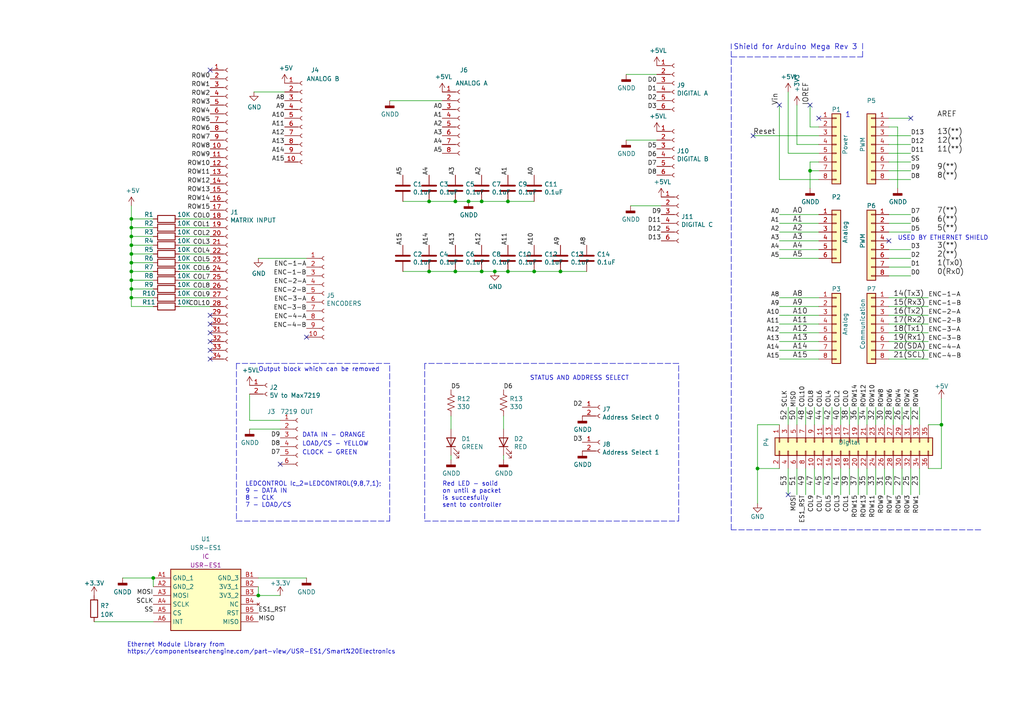
<source format=kicad_sch>
(kicad_sch (version 20211123) (generator eeschema)
  (paper "A4")
  (title_block (date "mar. 31 mars 2015"))
  (lib_symbols
    (symbol "Connector:Conn_01x02_Female" (pin_names (offset 1.016) hide)
      (property "Reference" "J" (at 0 2.54 0))
      (property "Value" "Conn_01x02_Female" (at 0 -5.08 0))
      (symbol "Conn_01x02_Female_1_1"
        (pin passive line (at -5.08 0 0) (length 3.81) (name "Pin_1") (number "1"))
        (pin passive line (at -5.08 -2.54 0) (length 3.81) (name "Pin_2") (number "2"))
      )
    )
    (symbol "Connector:Conn_01x06_Female" (pin_names (offset 1.016) hide)
      (property "Reference" "J" (at 0 7.62 0))
      (property "Value" "Conn_01x06_Female" (at 0 -10.16 0))
      (symbol "Conn_01x06_Female_1_1"
        (pin passive line (at -5.08 5.08 0) (length 3.81) (name "Pin_1") (number "1"))
        (pin passive line (at -5.08 2.54 0) (length 3.81) (name "Pin_2") (number "2"))
        (pin passive line (at -5.08 0 0) (length 3.81) (name "Pin_3") (number "3"))
        (pin passive line (at -5.08 -2.54 0) (length 3.81) (name "Pin_4") (number "4"))
        (pin passive line (at -5.08 -5.08 0) (length 3.81) (name "Pin_5") (number "5"))
        (pin passive line (at -5.08 -7.62 0) (length 3.81) (name "Pin_6") (number "6"))
      )
    )
    (symbol "Connector:Conn_01x08_Female" (pin_names (offset 1.016) hide)
      (property "Reference" "J" (at 0 10.16 0))
      (property "Value" "Conn_01x08_Female" (at 0 -12.7 0))
      (symbol "Conn_01x08_Female_1_1"
        (pin passive line (at -5.08 7.62 0) (length 3.81) (name "Pin_1") (number "1"))
        (pin passive line (at -5.08 5.08 0) (length 3.81) (name "Pin_2") (number "2"))
        (pin passive line (at -5.08 2.54 0) (length 3.81) (name "Pin_3") (number "3"))
        (pin passive line (at -5.08 0 0) (length 3.81) (name "Pin_4") (number "4"))
        (pin passive line (at -5.08 -2.54 0) (length 3.81) (name "Pin_5") (number "5"))
        (pin passive line (at -5.08 -5.08 0) (length 3.81) (name "Pin_6") (number "6"))
        (pin passive line (at -5.08 -7.62 0) (length 3.81) (name "Pin_7") (number "7"))
        (pin passive line (at -5.08 -10.16 0) (length 3.81) (name "Pin_8") (number "8"))
      )
    )
    (symbol "Connector:Conn_01x10_Female" (pin_names (offset 1.016) hide)
      (property "Reference" "J" (at 0 12.7 0))
      (property "Value" "Conn_01x10_Female" (at 0 -15.24 0))
      (symbol "Conn_01x10_Female_1_1"
        (pin passive line (at -5.08 10.16 0) (length 3.81) (name "Pin_1") (number "1"))
        (pin passive line (at -5.08 -12.7 0) (length 3.81) (name "Pin_10") (number "10"))
        (pin passive line (at -5.08 7.62 0) (length 3.81) (name "Pin_2") (number "2"))
        (pin passive line (at -5.08 5.08 0) (length 3.81) (name "Pin_3") (number "3"))
        (pin passive line (at -5.08 2.54 0) (length 3.81) (name "Pin_4") (number "4"))
        (pin passive line (at -5.08 0 0) (length 3.81) (name "Pin_5") (number "5"))
        (pin passive line (at -5.08 -2.54 0) (length 3.81) (name "Pin_6") (number "6"))
        (pin passive line (at -5.08 -5.08 0) (length 3.81) (name "Pin_7") (number "7"))
        (pin passive line (at -5.08 -7.62 0) (length 3.81) (name "Pin_8") (number "8"))
        (pin passive line (at -5.08 -10.16 0) (length 3.81) (name "Pin_9") (number "9"))
      )
    )
    (symbol "Connector:Conn_01x34_Female" (pin_names (offset 1.016) hide)
      (property "Reference" "J" (at 0 43.18 0))
      (property "Value" "Conn_01x34_Female" (at 0 -45.72 0))
      (symbol "Conn_01x34_Female_1_1"
        (pin passive line (at -5.08 40.64 0) (length 3.81) (name "Pin_1") (number "1"))
        (pin passive line (at -5.08 17.78 0) (length 3.81) (name "Pin_10") (number "10"))
        (pin passive line (at -5.08 15.24 0) (length 3.81) (name "Pin_11") (number "11"))
        (pin passive line (at -5.08 12.7 0) (length 3.81) (name "Pin_12") (number "12"))
        (pin passive line (at -5.08 10.16 0) (length 3.81) (name "Pin_13") (number "13"))
        (pin passive line (at -5.08 7.62 0) (length 3.81) (name "Pin_14") (number "14"))
        (pin passive line (at -5.08 5.08 0) (length 3.81) (name "Pin_15") (number "15"))
        (pin passive line (at -5.08 2.54 0) (length 3.81) (name "Pin_16") (number "16"))
        (pin passive line (at -5.08 0 0) (length 3.81) (name "Pin_17") (number "17"))
        (pin passive line (at -5.08 -2.54 0) (length 3.81) (name "Pin_18") (number "18"))
        (pin passive line (at -5.08 -5.08 0) (length 3.81) (name "Pin_19") (number "19"))
        (pin passive line (at -5.08 38.1 0) (length 3.81) (name "Pin_2") (number "2"))
        (pin passive line (at -5.08 -7.62 0) (length 3.81) (name "Pin_20") (number "20"))
        (pin passive line (at -5.08 -10.16 0) (length 3.81) (name "Pin_21") (number "21"))
        (pin passive line (at -5.08 -12.7 0) (length 3.81) (name "Pin_22") (number "22"))
        (pin passive line (at -5.08 -15.24 0) (length 3.81) (name "Pin_23") (number "23"))
        (pin passive line (at -5.08 -17.78 0) (length 3.81) (name "Pin_24") (number "24"))
        (pin passive line (at -5.08 -20.32 0) (length 3.81) (name "Pin_25") (number "25"))
        (pin passive line (at -5.08 -22.86 0) (length 3.81) (name "Pin_26") (number "26"))
        (pin passive line (at -5.08 -25.4 0) (length 3.81) (name "Pin_27") (number "27"))
        (pin passive line (at -5.08 -27.94 0) (length 3.81) (name "Pin_28") (number "28"))
        (pin passive line (at -5.08 -30.48 0) (length 3.81) (name "Pin_29") (number "29"))
        (pin passive line (at -5.08 35.56 0) (length 3.81) (name "Pin_3") (number "3"))
        (pin passive line (at -5.08 -33.02 0) (length 3.81) (name "Pin_30") (number "30"))
        (pin passive line (at -5.08 -35.56 0) (length 3.81) (name "Pin_31") (number "31"))
        (pin passive line (at -5.08 -38.1 0) (length 3.81) (name "Pin_32") (number "32"))
        (pin passive line (at -5.08 -40.64 0) (length 3.81) (name "Pin_33") (number "33"))
        (pin passive line (at -5.08 -43.18 0) (length 3.81) (name "Pin_34") (number "34"))
        (pin passive line (at -5.08 33.02 0) (length 3.81) (name "Pin_4") (number "4"))
        (pin passive line (at -5.08 30.48 0) (length 3.81) (name "Pin_5") (number "5"))
        (pin passive line (at -5.08 27.94 0) (length 3.81) (name "Pin_6") (number "6"))
        (pin passive line (at -5.08 25.4 0) (length 3.81) (name "Pin_7") (number "7"))
        (pin passive line (at -5.08 22.86 0) (length 3.81) (name "Pin_8") (number "8"))
        (pin passive line (at -5.08 20.32 0) (length 3.81) (name "Pin_9") (number "9"))
      )
    )
    (symbol "Connector_Generic:Conn_01x06" (pin_names (offset 1.016) hide)
      (property "Reference" "J" (at 0 7.62 0))
      (property "Value" "Conn_01x06" (at 0 -10.16 0))
      (symbol "Conn_01x06_1_1"
        (pin passive line (at -5.08 5.08 0) (length 3.81) (name "Pin_1") (number "1"))
        (pin passive line (at -5.08 2.54 0) (length 3.81) (name "Pin_2") (number "2"))
        (pin passive line (at -5.08 0 0) (length 3.81) (name "Pin_3") (number "3"))
        (pin passive line (at -5.08 -2.54 0) (length 3.81) (name "Pin_4") (number "4"))
        (pin passive line (at -5.08 -5.08 0) (length 3.81) (name "Pin_5") (number "5"))
        (pin passive line (at -5.08 -7.62 0) (length 3.81) (name "Pin_6") (number "6"))
      )
    )
    (symbol "Connector_Generic:Conn_01x08" (pin_names (offset 1.016) hide)
      (property "Reference" "J" (at 0 10.16 0))
      (property "Value" "Conn_01x08" (at 0 -12.7 0))
      (symbol "Conn_01x08_1_1"
        (pin passive line (at -5.08 7.62 0) (length 3.81) (name "Pin_1") (number "1"))
        (pin passive line (at -5.08 5.08 0) (length 3.81) (name "Pin_2") (number "2"))
        (pin passive line (at -5.08 2.54 0) (length 3.81) (name "Pin_3") (number "3"))
        (pin passive line (at -5.08 0 0) (length 3.81) (name "Pin_4") (number "4"))
        (pin passive line (at -5.08 -2.54 0) (length 3.81) (name "Pin_5") (number "5"))
        (pin passive line (at -5.08 -5.08 0) (length 3.81) (name "Pin_6") (number "6"))
        (pin passive line (at -5.08 -7.62 0) (length 3.81) (name "Pin_7") (number "7"))
        (pin passive line (at -5.08 -10.16 0) (length 3.81) (name "Pin_8") (number "8"))
      )
    )
    (symbol "Connector_Generic:Conn_02x18_Odd_Even" (pin_names (offset 1.016) hide)
      (property "Reference" "J" (at 1.27 22.86 0))
      (property "Value" "Conn_02x18_Odd_Even" (at 1.27 -25.4 0))
      (symbol "Conn_02x18_Odd_Even_1_1"
        (pin passive line (at -5.08 20.32 0) (length 3.81) (name "Pin_1") (number "1"))
        (pin passive line (at 7.62 10.16 180) (length 3.81) (name "Pin_10") (number "10"))
        (pin passive line (at -5.08 7.62 0) (length 3.81) (name "Pin_11") (number "11"))
        (pin passive line (at 7.62 7.62 180) (length 3.81) (name "Pin_12") (number "12"))
        (pin passive line (at -5.08 5.08 0) (length 3.81) (name "Pin_13") (number "13"))
        (pin passive line (at 7.62 5.08 180) (length 3.81) (name "Pin_14") (number "14"))
        (pin passive line (at -5.08 2.54 0) (length 3.81) (name "Pin_15") (number "15"))
        (pin passive line (at 7.62 2.54 180) (length 3.81) (name "Pin_16") (number "16"))
        (pin passive line (at -5.08 0 0) (length 3.81) (name "Pin_17") (number "17"))
        (pin passive line (at 7.62 0 180) (length 3.81) (name "Pin_18") (number "18"))
        (pin passive line (at -5.08 -2.54 0) (length 3.81) (name "Pin_19") (number "19"))
        (pin passive line (at 7.62 20.32 180) (length 3.81) (name "Pin_2") (number "2"))
        (pin passive line (at 7.62 -2.54 180) (length 3.81) (name "Pin_20") (number "20"))
        (pin passive line (at -5.08 -5.08 0) (length 3.81) (name "Pin_21") (number "21"))
        (pin passive line (at 7.62 -5.08 180) (length 3.81) (name "Pin_22") (number "22"))
        (pin passive line (at -5.08 -7.62 0) (length 3.81) (name "Pin_23") (number "23"))
        (pin passive line (at 7.62 -7.62 180) (length 3.81) (name "Pin_24") (number "24"))
        (pin passive line (at -5.08 -10.16 0) (length 3.81) (name "Pin_25") (number "25"))
        (pin passive line (at 7.62 -10.16 180) (length 3.81) (name "Pin_26") (number "26"))
        (pin passive line (at -5.08 -12.7 0) (length 3.81) (name "Pin_27") (number "27"))
        (pin passive line (at 7.62 -12.7 180) (length 3.81) (name "Pin_28") (number "28"))
        (pin passive line (at -5.08 -15.24 0) (length 3.81) (name "Pin_29") (number "29"))
        (pin passive line (at -5.08 17.78 0) (length 3.81) (name "Pin_3") (number "3"))
        (pin passive line (at 7.62 -15.24 180) (length 3.81) (name "Pin_30") (number "30"))
        (pin passive line (at -5.08 -17.78 0) (length 3.81) (name "Pin_31") (number "31"))
        (pin passive line (at 7.62 -17.78 180) (length 3.81) (name "Pin_32") (number "32"))
        (pin passive line (at -5.08 -20.32 0) (length 3.81) (name "Pin_33") (number "33"))
        (pin passive line (at 7.62 -20.32 180) (length 3.81) (name "Pin_34") (number "34"))
        (pin passive line (at -5.08 -22.86 0) (length 3.81) (name "Pin_35") (number "35"))
        (pin passive line (at 7.62 -22.86 180) (length 3.81) (name "Pin_36") (number "36"))
        (pin passive line (at 7.62 17.78 180) (length 3.81) (name "Pin_4") (number "4"))
        (pin passive line (at -5.08 15.24 0) (length 3.81) (name "Pin_5") (number "5"))
        (pin passive line (at 7.62 15.24 180) (length 3.81) (name "Pin_6") (number "6"))
        (pin passive line (at -5.08 12.7 0) (length 3.81) (name "Pin_7") (number "7"))
        (pin passive line (at 7.62 12.7 180) (length 3.81) (name "Pin_8") (number "8"))
        (pin passive line (at -5.08 10.16 0) (length 3.81) (name "Pin_9") (number "9"))
      )
    )
    (symbol "Device:C" (pin_numbers hide) (pin_names (offset 0.254))
      (property "Reference" "C" (at 0.635 2.54 0))
      (property "Value" "C" (at 0.635 -2.54 0))
      (symbol "C_1_1"
        (pin passive line (at 0 3.81 270) (length 2.794) (name "~") (number "1"))
        (pin passive line (at 0 -3.81 90) (length 2.794) (name "~") (number "2"))
      )
    )
    (symbol "Device:LED" (pin_numbers hide) (pin_names (offset 1.016) hide)
      (property "Reference" "D" (at 0 2.54 0))
      (property "Value" "LED" (at 0 -2.54 0))
      (symbol "LED_1_1"
        (pin passive line (at -3.81 0 0) (length 2.54) (name "K") (number "1"))
        (pin passive line (at 3.81 0 180) (length 2.54) (name "A") (number "2"))
      )
    )
    (symbol "Device:R" (pin_numbers hide) (pin_names (offset 0))
      (property "Reference" "R" (at 2.032 0 90))
      (property "Value" "R" (at 0 0 90))
      (symbol "R_1_1"
        (pin passive line (at 0 3.81 270) (length 1.27) (name "~") (number "1"))
        (pin passive line (at 0 -3.81 90) (length 1.27) (name "~") (number "2"))
      )
    )
    (symbol "Device:R_US" (pin_numbers hide) (pin_names (offset 0))
      (property "Reference" "R" (at 2.54 0 90))
      (property "Value" "R_US" (at -2.54 0 90))
      (symbol "R_US_1_1"
        (pin passive line (at 0 3.81 270) (length 1.27) (name "~") (number "1"))
        (pin passive line (at 0 -3.81 90) (length 1.27) (name "~") (number "2"))
      )
    )
    (symbol "USR-ES1:USR-ES1"
      (property "Value" "USR-ES1" (at 0 0 0))
      (property "Reference_1" "IC" (at 26.67 7.62 0))
      (property "Value_1" "USR-ES1" (at 26.67 5.08 0))
      (symbol "USR-ES1_1_1"
        (pin passive line (at 0 0 0) (length 5.08) (name "GND_1") (number "A1"))
        (pin passive line (at 0 -2.54 0) (length 5.08) (name "GND_2") (number "A2"))
        (pin passive line (at 0 -5.08 0) (length 5.08) (name "MOSI") (number "A3"))
        (pin passive line (at 0 -7.62 0) (length 5.08) (name "SCLK") (number "A4"))
        (pin passive line (at 0 -10.16 0) (length 5.08) (name "CS") (number "A5"))
        (pin passive line (at 0 -12.7 0) (length 5.08) (name "INT") (number "A6"))
        (pin passive line (at 30.48 0 180) (length 5.08) (name "GND_3") (number "B1"))
        (pin passive line (at 30.48 -2.54 180) (length 5.08) (name "3V3_1") (number "B2"))
        (pin passive line (at 30.48 -5.08 180) (length 5.08) (name "3V3_2") (number "B3"))
        (pin no_connect line (at 30.48 -7.62 180) (length 5.08) (name "NC") (number "B4"))
        (pin passive line (at 30.48 -10.16 180) (length 5.08) (name "RST") (number "B5"))
        (pin passive line (at 30.48 -12.7 180) (length 5.08) (name "MISO") (number "B6"))
      )
    )
    (symbol "power:+3.3V" (power) (pin_names (offset 0))
      (property "Value" "+3.3V" (at 0 3.556 0))
      (symbol "+3.3V_1_1"
        (pin power_in line (at 0 0 90) (length 0) hide (name "+3.3V") (number "1"))
      )
    )
    (symbol "power:+3V3" (power) (pin_names (offset 0))
      (property "Value" "+3V3" (at 0 3.556 0))
      (symbol "+3V3_1_1"
        (pin power_in line (at 0 0 90) (length 0) hide (name "+3V3") (number "1"))
      )
    )
    (symbol "power:+5V" (power) (pin_names (offset 0))
      (property "Value" "+5V" (at 0 3.556 0))
      (symbol "+5V_1_1"
        (pin power_in line (at 0 0 90) (length 0) hide (name "+5V") (number "1"))
      )
    )
    (symbol "power:+5VL" (power) (pin_names (offset 0))
      (property "Value" "+5VL" (at 0 3.556 0))
      (symbol "+5VL_1_1"
        (pin power_in line (at 0 0 90) (length 0) hide (name "+5VL") (number "1"))
      )
    )
    (symbol "power:GND" (power) (pin_names (offset 0))
      (property "Value" "GND" (at 0 -3.81 0))
      (symbol "GND_1_1"
        (pin power_in line (at 0 0 270) (length 0) hide (name "GND") (number "1"))
      )
    )
    (symbol "power:GNDD" (power) (pin_names (offset 0))
      (property "Value" "GNDD" (at 0 -3.175 0))
      (symbol "GNDD_1_1"
        (pin power_in line (at 0 0 270) (length 0) hide (name "GNDD") (number "1"))
      )
    )
  )
  (junction (at 147.32 58.42))
  (junction (at 44.45 167.64))
  (junction (at 38.1 81.28))
  (junction (at 38.1 71.12))
  (junction (at 132.08 58.42))
  (junction (at 124.46 78.74))
  (junction (at 154.94 78.74))
  (junction (at 124.46 58.42))
  (junction (at 38.1 63.5))
  (junction (at 234.95 49.53))
  (junction (at 38.1 68.58))
  (junction (at 132.08 78.74))
  (junction (at 38.1 76.2))
  (junction (at 38.1 66.04))
  (junction (at 135.89 58.42))
  (junction (at 38.1 83.82))
  (junction (at 38.1 86.36))
  (junction (at 219.71 135.89))
  (junction (at 38.1 73.66))
  (junction (at 147.32 78.74))
  (junction (at 139.7 78.74))
  (junction (at 139.7 58.42))
  (junction (at 74.93 172.72))
  (junction (at 273.05 123.19))
  (junction (at 143.51 78.74))
  (junction (at 162.56 78.74))
  (junction (at 38.1 78.74))
  (no_connect (at 228.6 143.51))
  (no_connect (at 234.95 30.48))
  (no_connect (at -187.96 149.86))
  (no_connect (at 257.81 69.85))
  (no_connect (at 60.96 101.6))
  (no_connect (at 60.96 20.32))
  (no_connect (at 60.96 99.06))
  (no_connect (at 88.9 97.79))
  (no_connect (at 60.96 91.44))
  (no_connect (at 226.06 30.48))
  (no_connect (at 60.96 93.98))
  (no_connect (at 81.28 134.62))
  (no_connect (at 60.96 104.14))
  (no_connect (at 264.16 34.29))
  (no_connect (at 237.49 34.29))
  (no_connect (at 218.44 39.37))
  (no_connect (at 60.96 96.52))
  (wire (pts (xy 44.45 76.2) (xy 38.1 76.2)))
  (wire (pts (xy 260.35 54.61) (xy 260.35 36.83)))
  (wire (pts (xy 135.89 58.42) (xy 132.08 58.42)))
  (wire (pts (xy 44.45 73.66) (xy 38.1 73.66)))
  (wire (pts (xy 52.07 68.58) (xy 60.96 68.58)))
  (polyline (pts (xy 68.58 105.41) (xy 68.58 151.13)))
  (wire (pts (xy 72.39 121.92) (xy 81.28 121.92)))
  (wire (pts (xy 226.06 69.85) (xy 237.49 69.85)))
  (wire (pts (xy 139.7 78.74) (xy 132.08 78.74)))
  (wire (pts (xy 190.5 40.64) (xy 181.61 40.64)))
  (wire (pts (xy 38.1 59.69) (xy 38.1 63.5)))
  (wire (pts (xy 257.81 64.77) (xy 264.16 64.77)))
  (wire (pts (xy 226.06 64.77) (xy 237.49 64.77)))
  (wire (pts (xy 273.05 123.19) (xy 269.24 123.19)))
  (wire (pts (xy 35.56 167.64) (xy 44.45 167.64)))
  (wire (pts (xy 231.14 41.91) (xy 237.49 41.91)))
  (wire (pts (xy 226.06 104.14) (xy 237.49 104.14)))
  (wire (pts (xy 226.06 88.9) (xy 237.49 88.9)))
  (wire (pts (xy 243.84 135.89) (xy 243.84 143.51)))
  (wire (pts (xy 257.81 46.99) (xy 264.16 46.99)))
  (wire (pts (xy 231.14 123.19) (xy 231.14 118.11)))
  (wire (pts (xy 259.08 123.19) (xy 259.08 118.11)))
  (polyline (pts (xy 212.09 153.67) (xy 212.09 12.7)))
  (wire (pts (xy 234.95 49.53) (xy 234.95 54.61)))
  (wire (pts (xy 257.81 104.14) (xy 269.24 104.14)))
  (wire (pts (xy 234.95 36.83) (xy 234.95 30.48)))
  (wire (pts (xy 257.81 99.06) (xy 269.24 99.06)))
  (wire (pts (xy 237.49 86.36) (xy 226.06 86.36)))
  (wire (pts (xy 259.08 135.89) (xy 259.08 143.51)))
  (polyline (pts (xy 68.58 151.13) (xy 113.03 151.13)))
  (wire (pts (xy 38.1 86.36) (xy 38.1 88.9)))
  (wire (pts (xy 219.71 123.19) (xy 219.71 135.89)))
  (wire (pts (xy 44.45 71.12) (xy 38.1 71.12)))
  (polyline (pts (xy 123.19 151.13) (xy 196.85 151.13)))
  (wire (pts (xy 246.38 135.89) (xy 246.38 143.51)))
  (wire (pts (xy 52.07 81.28) (xy 60.96 81.28)))
  (wire (pts (xy 237.49 67.31) (xy 226.06 67.31)))
  (wire (pts (xy 256.54 123.19) (xy 256.54 118.11)))
  (wire (pts (xy 44.45 68.58) (xy 38.1 68.58)))
  (wire (pts (xy 44.45 83.82) (xy 38.1 83.82)))
  (wire (pts (xy 113.03 29.21) (xy 128.27 29.21)))
  (wire (pts (xy 146.05 132.08) (xy 146.05 133.35)))
  (wire (pts (xy 190.5 21.59) (xy 181.61 21.59)))
  (polyline (pts (xy 250.19 16.51) (xy 250.19 12.065)))
  (wire (pts (xy 81.28 124.46) (xy 72.39 124.46)))
  (wire (pts (xy 257.81 74.93) (xy 264.16 74.93)))
  (wire (pts (xy 124.46 78.74) (xy 116.84 78.74)))
  (polyline (pts (xy 284.48 153.67) (xy 212.09 153.67)))
  (wire (pts (xy 238.76 135.89) (xy 238.76 143.51)))
  (wire (pts (xy 241.3 123.19) (xy 241.3 118.11)))
  (polyline (pts (xy 123.19 105.41) (xy 123.19 151.13)))
  (wire (pts (xy 52.07 63.5) (xy 60.96 63.5)))
  (wire (pts (xy 237.49 101.6) (xy 226.06 101.6)))
  (wire (pts (xy 269.24 96.52) (xy 257.81 96.52)))
  (wire (pts (xy 38.1 73.66) (xy 38.1 76.2)))
  (wire (pts (xy 237.49 72.39) (xy 226.06 72.39)))
  (wire (pts (xy 246.38 123.19) (xy 246.38 118.11)))
  (wire (pts (xy 257.81 93.98) (xy 269.24 93.98)))
  (wire (pts (xy 52.07 78.74) (xy 60.96 78.74)))
  (wire (pts (xy 228.6 123.19) (xy 228.6 118.11)))
  (wire (pts (xy 52.07 66.04) (xy 60.96 66.04)))
  (wire (pts (xy 38.1 63.5) (xy 38.1 66.04)))
  (wire (pts (xy 154.94 58.42) (xy 147.32 58.42)))
  (polyline (pts (xy 196.85 151.13) (xy 196.85 105.41)))
  (wire (pts (xy 226.06 123.19) (xy 219.71 123.19)))
  (wire (pts (xy 226.06 135.89) (xy 219.71 135.89)))
  (wire (pts (xy 44.45 78.74) (xy 38.1 78.74)))
  (wire (pts (xy 257.81 52.07) (xy 264.16 52.07)))
  (wire (pts (xy 27.305 180.34) (xy 44.45 180.34)))
  (polyline (pts (xy 113.03 105.41) (xy 68.58 105.41)))
  (wire (pts (xy 254 123.19) (xy 254 118.11)))
  (wire (pts (xy 226.06 93.98) (xy 237.49 93.98)))
  (wire (pts (xy 261.62 123.19) (xy 261.62 118.11)))
  (wire (pts (xy 257.81 39.37) (xy 264.16 39.37)))
  (wire (pts (xy 251.46 135.89) (xy 251.46 143.51)))
  (wire (pts (xy 236.22 123.19) (xy 236.22 118.11)))
  (wire (pts (xy 38.1 71.12) (xy 38.1 73.66)))
  (wire (pts (xy 170.18 78.74) (xy 162.56 78.74)))
  (wire (pts (xy 74.93 172.72) (xy 81.28 172.72)))
  (polyline (pts (xy 113.03 151.13) (xy 113.03 105.41)))
  (wire (pts (xy 74.93 170.18) (xy 74.93 172.72)))
  (wire (pts (xy 74.93 74.93) (xy 88.9 74.93)))
  (wire (pts (xy 254 135.89) (xy 254 143.51)))
  (wire (pts (xy 264.16 77.47) (xy 257.81 77.47)))
  (wire (pts (xy 124.46 58.42) (xy 116.84 58.42)))
  (wire (pts (xy 72.39 114.3) (xy 72.39 121.92)))
  (wire (pts (xy 264.16 62.23) (xy 257.81 62.23)))
  (wire (pts (xy 228.6 26.67) (xy 228.6 44.45)))
  (polyline (pts (xy 196.85 105.41) (xy 123.19 105.41)))
  (wire (pts (xy 226.06 52.07) (xy 226.06 30.48)))
  (wire (pts (xy 52.07 73.66) (xy 60.96 73.66)))
  (wire (pts (xy 38.1 88.9) (xy 44.45 88.9)))
  (wire (pts (xy 52.07 88.9) (xy 60.96 88.9)))
  (wire (pts (xy 243.84 123.19) (xy 243.84 118.11)))
  (wire (pts (xy 130.81 132.08) (xy 130.81 133.35)))
  (wire (pts (xy 257.81 34.29) (xy 264.16 34.29)))
  (wire (pts (xy 237.49 52.07) (xy 226.06 52.07)))
  (wire (pts (xy 228.6 135.89) (xy 228.6 143.51)))
  (wire (pts (xy 238.76 123.19) (xy 238.76 118.11)))
  (wire (pts (xy 237.49 36.83) (xy 234.95 36.83)))
  (wire (pts (xy 132.08 78.74) (xy 124.46 78.74)))
  (wire (pts (xy 273.05 115.57) (xy 273.05 123.19)))
  (wire (pts (xy 52.07 83.82) (xy 60.96 83.82)))
  (wire (pts (xy 264.16 41.91) (xy 257.81 41.91)))
  (wire (pts (xy 264.16 135.89) (xy 264.16 143.51)))
  (wire (pts (xy 132.08 58.42) (xy 124.46 58.42)))
  (wire (pts (xy 226.06 99.06) (xy 237.49 99.06)))
  (wire (pts (xy 269.24 101.6) (xy 257.81 101.6)))
  (polyline (pts (xy 212.09 16.51) (xy 250.19 16.51)))
  (wire (pts (xy 248.92 123.19) (xy 248.92 118.11)))
  (wire (pts (xy 234.95 46.99) (xy 234.95 49.53)))
  (wire (pts (xy 52.07 71.12) (xy 60.96 71.12)))
  (wire (pts (xy 264.16 123.19) (xy 264.16 118.11)))
  (wire (pts (xy 44.45 63.5) (xy 38.1 63.5)))
  (wire (pts (xy 226.06 74.93) (xy 237.49 74.93)))
  (wire (pts (xy 241.3 135.89) (xy 241.3 143.51)))
  (wire (pts (xy 257.81 44.45) (xy 264.16 44.45)))
  (wire (pts (xy 266.7 135.89) (xy 266.7 143.51)))
  (wire (pts (xy 269.24 91.44) (xy 257.81 91.44)))
  (wire (pts (xy 162.56 78.74) (xy 154.94 78.74)))
  (wire (pts (xy 38.1 68.58) (xy 38.1 71.12)))
  (wire (pts (xy 147.32 78.74) (xy 143.51 78.74)))
  (wire (pts (xy 256.54 135.89) (xy 256.54 143.51)))
  (wire (pts (xy 260.35 36.83) (xy 257.81 36.83)))
  (wire (pts (xy 218.44 39.37) (xy 237.49 39.37)))
  (wire (pts (xy 237.49 49.53) (xy 234.95 49.53)))
  (wire (pts (xy 38.1 66.04) (xy 38.1 68.58)))
  (wire (pts (xy 154.94 78.74) (xy 147.32 78.74)))
  (wire (pts (xy 236.22 135.89) (xy 236.22 143.51)))
  (wire (pts (xy 44.45 86.36) (xy 38.1 86.36)))
  (wire (pts (xy 139.7 58.42) (xy 135.89 58.42)))
  (wire (pts (xy 231.14 30.48) (xy 231.14 41.91)))
  (wire (pts (xy 143.51 78.74) (xy 139.7 78.74)))
  (wire (pts (xy 44.45 167.64) (xy 44.45 170.18)))
  (wire (pts (xy 130.81 120.65) (xy 130.81 124.46)))
  (wire (pts (xy 273.05 123.19) (xy 273.05 135.89)))
  (wire (pts (xy 52.07 86.36) (xy 60.96 86.36)))
  (wire (pts (xy 269.24 86.36) (xy 257.81 86.36)))
  (wire (pts (xy 264.16 49.53) (xy 257.81 49.53)))
  (wire (pts (xy 233.68 135.89) (xy 233.68 143.51)))
  (wire (pts (xy 231.14 135.89) (xy 231.14 143.51)))
  (wire (pts (xy 38.1 81.28) (xy 38.1 83.82)))
  (wire (pts (xy 38.1 78.74) (xy 38.1 81.28)))
  (wire (pts (xy 38.1 83.82) (xy 38.1 86.36)))
  (wire (pts (xy 257.81 80.01) (xy 264.16 80.01)))
  (wire (pts (xy 44.45 66.04) (xy 38.1 66.04)))
  (wire (pts (xy 266.7 123.19) (xy 266.7 118.11)))
  (wire (pts (xy 237.49 91.44) (xy 226.06 91.44)))
  (wire (pts (xy 264.16 67.31) (xy 257.81 67.31)))
  (wire (pts (xy 139.7 58.42) (xy 147.32 58.42)))
  (wire (pts (xy 82.55 26.67) (xy 73.66 26.67)))
  (wire (pts (xy 44.45 81.28) (xy 38.1 81.28)))
  (wire (pts (xy 38.1 76.2) (xy 38.1 78.74)))
  (wire (pts (xy 237.49 46.99) (xy 234.95 46.99)))
  (wire (pts (xy 248.92 135.89) (xy 248.92 143.51)))
  (wire (pts (xy 237.49 96.52) (xy 226.06 96.52)))
  (wire (pts (xy 237.49 62.23) (xy 226.06 62.23)))
  (wire (pts (xy 52.07 76.2) (xy 60.96 76.2)))
  (wire (pts (xy 251.46 123.19) (xy 251.46 118.11)))
  (wire (pts (xy 146.05 120.65) (xy 146.05 124.46)))
  (wire (pts (xy 228.6 44.45) (xy 237.49 44.45)))
  (wire (pts (xy 261.62 135.89) (xy 261.62 143.51)))
  (wire (pts (xy 257.81 88.9) (xy 269.24 88.9)))
  (wire (pts (xy 191.77 59.69) (xy 182.88 59.69)))
  (wire (pts (xy 273.05 135.89) (xy 269.24 135.89)))
  (wire (pts (xy 264.16 72.39) (xy 257.81 72.39)))
  (wire (pts (xy 233.68 123.19) (xy 233.68 118.11)))
  (wire (pts (xy 219.71 135.89) (xy 219.71 146.05)))
  (wire (pts (xy 74.93 167.64) (xy 88.9 167.64)))
  (text "LEDCONTROL Ic_2=LEDCONTROL(9,8,7,1);\n9 - DATA IN\n8 - CLK\n7 - LOAD/CS" (at 71.12 147.32 0) (effects (font (size 1.27 1.27)) (justify left bottom)))
  (text "Ethernet Module Library from \nhttps://componentsearchengine.com/part-view/USR-ES1/Smart%20Electronics" (at 36.83 189.865 0) (effects (font (size 1.27 1.27)) (justify left bottom)))
  (text "Shield for Arduino Mega Rev 3" (at 212.725 14.605 0) (effects (font (size 1.524 1.524)) (justify left bottom)))
  (text "Red LED - solid\non until a packet\nis succesfully \nsent to controller" (at 128.27 147.32 0) (effects (font (size 1.27 1.27)) (justify left bottom)))
  (text "1" (at 245.11 34.29 0) (effects (font (size 1.524 1.524)) (justify left bottom)))
  (text "LOAD/CS - YELLOW" (at 87.63 129.54 0) (effects (font (size 1.27 1.27)) (justify left bottom)))
  (text "DATA IN - ORANGE" (at 87.63 127 0) (effects (font (size 1.27 1.27)) (justify left bottom)))
  (text "Output block which can be removed" (at 74.93 107.95 0) (effects (font (size 1.27 1.27)) (justify left bottom)))
  (text "CLOCK - GREEN" (at 87.63 132.08 0) (effects (font (size 1.27 1.27)) (justify left bottom)))
  (text "USED BY ETHERNET SHIELD" (at 260.35 69.85 0) (effects (font (size 1.27 1.27)) (justify left bottom)))
  (text "STATUS AND ADDRESS SELECT" (at 153.67 110.49 0) (effects (font (size 1.27 1.27)) (justify left bottom)))
  (label "A3" (at 229.87 69.85 0) (effects (font (size 1.524 1.524))))
  (label "ENC-3-B" (at 269.24 99.06 0))
  (label "2(**)" (at 271.78 74.93 0) (effects (font (size 1.524 1.524))))
  (label "A2" (at 139.7 50.8 90))
  (label "COL3" (at 243.84 143.51 270))
  (label "A5" (at 128.27 44.45 180))
  (label "A15" (at 229.87 104.14 0) (effects (font (size 1.524 1.524))))
  (label "A13" (at 132.08 71.12 90))
  (label "ENC-2-A" (at 269.24 91.44 0))
  (label "COL1" (at 246.38 143.51 270))
  (label "12(**)" (at 271.78 41.91 0) (effects (font (size 1.524 1.524))))
  (label "D2" (at 190.5 29.21 180))
  (label "28" (at 259.08 121.92 90) (effects (font (size 1.524 1.524))))
  (label "COL6" (at 238.76 118.11 90))
  (label "COL10" (at 60.96 88.9 180))
  (label "A13" (at 226.06 99.06 180))
  (label "A1" (at 226.06 64.77 180))
  (label "ROW9" (at 60.96 45.72 180))
  (label "ROW11" (at 254 143.51 270))
  (label "ENC-4-A" (at 269.24 101.6 0))
  (label "AREF" (at 271.78 34.29 0) (effects (font (size 1.524 1.524))))
  (label "A11" (at 82.55 36.83 180))
  (label "21(SCL)" (at 259.08 104.14 0) (effects (font (size 1.524 1.524))))
  (label "9(**)" (at 271.78 49.53 0) (effects (font (size 1.524 1.524))))
  (label "COL3" (at 60.96 71.12 180))
  (label "A12" (at 226.06 96.52 180))
  (label "20(SDA)" (at 259.08 101.6 0) (effects (font (size 1.524 1.524))))
  (label "A14" (at 124.46 71.12 90))
  (label "ROW4" (at 60.96 33.02 180))
  (label "COL0" (at 246.38 118.11 90))
  (label "49" (at 233.68 140.97 90) (effects (font (size 1.524 1.524))))
  (label "D6" (at 190.5 45.72 180))
  (label "A14" (at 226.06 101.6 180))
  (label "ROW1" (at 266.7 143.51 270))
  (label "A15" (at 226.06 104.14 180))
  (label "ROW13" (at 60.96 55.88 180))
  (label "ROW8" (at 256.54 118.11 90))
  (label "24" (at 264.16 121.92 90) (effects (font (size 1.524 1.524))))
  (label "29" (at 259.08 140.97 90) (effects (font (size 1.524 1.524))))
  (label "16(Tx2)" (at 259.08 91.44 0) (effects (font (size 1.524 1.524))))
  (label "ENC-1-B" (at 269.24 88.9 0))
  (label "44" (at 238.76 121.92 90) (effects (font (size 1.524 1.524))))
  (label "43" (at 241.3 140.97 90) (effects (font (size 1.524 1.524))))
  (label "D9" (at 191.77 62.23 180))
  (label "22" (at 266.7 121.92 90) (effects (font (size 1.524 1.524))))
  (label "A5" (at 229.87 74.93 0) (effects (font (size 1.524 1.524))))
  (label "ROW0" (at 266.7 118.11 90))
  (label "15(Rx3)" (at 259.08 88.9 0) (effects (font (size 1.524 1.524))))
  (label "D1" (at 190.5 26.67 180))
  (label "A14" (at 82.55 44.45 180))
  (label "A2" (at 226.06 67.31 180))
  (label "14(Tx3)" (at 259.08 86.36 0) (effects (font (size 1.524 1.524))))
  (label "33" (at 254 140.97 90) (effects (font (size 1.524 1.524))))
  (label "ROW6" (at 60.96 38.1 180))
  (label "A9" (at 162.56 71.12 90))
  (label "ENC-4-B" (at 269.24 104.14 0))
  (label "ROW2" (at 60.96 27.94 180))
  (label "A13" (at 82.55 41.91 180))
  (label "ROW5" (at 261.62 143.51 270))
  (label "COL9" (at 236.22 143.51 270))
  (label "A1" (at 229.87 64.77 0) (effects (font (size 1.524 1.524))))
  (label "7(**)" (at 271.78 62.23 0) (effects (font (size 1.524 1.524))))
  (label "ROW13" (at 251.46 143.51 270))
  (label "ROW3" (at 60.96 30.48 180))
  (label "A4" (at 226.06 72.39 180))
  (label "COL6" (at 60.96 78.74 180))
  (label "A3" (at 132.08 50.8 90))
  (label "1(Tx0)" (at 271.78 77.47 0) (effects (font (size 1.524 1.524))))
  (label "A4" (at 128.27 41.91 180))
  (label "A10" (at 226.06 91.44 180))
  (label "3(**)" (at 271.78 72.39 0) (effects (font (size 1.524 1.524))))
  (label "D8" (at 81.28 129.54 180))
  (label "ENC-1-B" (at 88.9 80.01 180))
  (label "MISO" (at 74.93 180.34 0))
  (label "51" (at 231.14 140.97 90) (effects (font (size 1.524 1.524))))
  (label "MOSI" (at 231.14 143.51 270))
  (label "COL2" (at 243.84 118.11 90))
  (label "ROW15" (at 60.96 60.96 180))
  (label "MOSI" (at 44.45 172.72 180))
  (label "A12" (at 229.87 96.52 0) (effects (font (size 1.524 1.524))))
  (label "ES1_RST" (at 74.93 177.8 0))
  (label "ROW0" (at 60.96 22.86 180))
  (label "18(Tx1)" (at 259.08 96.52 0) (effects (font (size 1.524 1.524))))
  (label "COL4" (at 60.96 73.66 180))
  (label "D1" (at 264.16 77.47 0))
  (label "D5" (at 130.81 113.03 0))
  (label "ROW4" (at 261.62 118.11 90))
  (label "MISO" (at 231.14 118.11 90))
  (label "A4" (at 124.46 50.8 90))
  (label "A9" (at 229.87 88.9 0) (effects (font (size 1.524 1.524))))
  (label "ENC-1-A" (at 269.24 86.36 0))
  (label "A0" (at 229.87 62.23 0) (effects (font (size 1.524 1.524))))
  (label "ROW10" (at 60.96 48.26 180))
  (label "COL9" (at 60.96 86.36 180))
  (label "38" (at 246.38 121.92 90) (effects (font (size 1.524 1.524))))
  (label "ROW7" (at 60.96 40.64 180))
  (label "COL10" (at 233.68 118.11 90))
  (label "D8" (at 264.16 52.07 0))
  (label "30" (at 256.54 121.92 90) (effects (font (size 1.524 1.524))))
  (label "5(**)" (at 271.78 67.31 0) (effects (font (size 1.524 1.524))))
  (label "A0" (at 226.06 62.23 180))
  (label "46" (at 236.22 121.92 90) (effects (font (size 1.524 1.524))))
  (label "ROW12" (at 251.46 118.11 90))
  (label "D0" (at 264.16 80.01 0))
  (label "36" (at 248.92 121.92 90) (effects (font (size 1.524 1.524))))
  (label "A0" (at 154.94 50.8 90))
  (label "D7" (at 190.5 48.26 180))
  (label "A5" (at 116.84 50.8 90))
  (label "D3" (at 190.5 31.75 180))
  (label "A9" (at 82.55 31.75 180))
  (label "34" (at 251.46 121.92 90) (effects (font (size 1.524 1.524))))
  (label "A8" (at 170.18 71.12 90))
  (label "D7" (at 264.16 62.23 0))
  (label "ROW2" (at 264.16 118.11 90))
  (label "D11" (at 191.77 64.77 180))
  (label "A15" (at 116.84 71.12 90))
  (label "ROW14" (at 248.92 118.11 90))
  (label "6(**)" (at 271.78 64.77 0) (effects (font (size 1.524 1.524))))
  (label "D3" (at 264.16 72.39 0))
  (label "ENC-2-B" (at 88.9 85.09 180))
  (label "ENC-3-B" (at 88.9 90.17 180))
  (label "COL7" (at 238.76 143.51 270))
  (label "A1" (at 128.27 34.29 180))
  (label "0(Rx0)" (at 271.78 80.01 0) (effects (font (size 1.524 1.524))))
  (label "ENC-2-B" (at 269.24 93.98 0))
  (label "ROW12" (at 60.96 53.34 180))
  (label "COL5" (at 241.3 143.51 270))
  (label "50" (at 231.14 121.92 90) (effects (font (size 1.524 1.524))))
  (label "19(Rx1)" (at 259.08 99.06 0) (effects (font (size 1.524 1.524))))
  (label "A15" (at 82.55 46.99 180))
  (label "Vin" (at 226.06 30.48 90) (effects (font (size 1.524 1.524))))
  (label "SS" (at 44.45 177.8 180))
  (label "8(**)" (at 271.78 52.07 0) (effects (font (size 1.524 1.524))))
  (label "ROW15" (at 248.92 143.51 270))
  (label "25" (at 264.16 140.97 90) (effects (font (size 1.524 1.524))))
  (label "40" (at 243.84 121.92 90) (effects (font (size 1.524 1.524))))
  (label "42" (at 241.3 121.92 90) (effects (font (size 1.524 1.524))))
  (label "ROW1" (at 60.96 25.4 180))
  (label "COL1" (at 60.96 66.04 180))
  (label "ROW11" (at 60.96 50.8 180))
  (label "47" (at 236.22 140.97 90) (effects (font (size 1.524 1.524))))
  (label "41" (at 243.84 140.97 90) (effects (font (size 1.524 1.524))))
  (label "SCLK" (at 44.45 175.26 180))
  (label "SS" (at 264.16 46.99 0))
  (label "26" (at 261.62 121.92 90) (effects (font (size 1.524 1.524))))
  (label "48" (at 233.68 121.92 90) (effects (font (size 1.524 1.524))))
  (label "ENC-4-B" (at 88.9 95.25 180))
  (label "39" (at 246.38 140.97 90) (effects (font (size 1.524 1.524))))
  (label "32" (at 254 121.92 90) (effects (font (size 1.524 1.524))))
  (label "ENC-2-A" (at 88.9 82.55 180))
  (label "13(**)" (at 271.78 39.37 0) (effects (font (size 1.524 1.524))))
  (label "A2" (at 229.87 67.31 0) (effects (font (size 1.524 1.524))))
  (label "ROW8" (at 60.96 43.18 180))
  (label "A3" (at 128.27 39.37 180))
  (label "ENC-1-A" (at 88.9 77.47 180))
  (label "COL0" (at 60.96 63.5 180))
  (label "A4" (at 229.87 72.39 0) (effects (font (size 1.524 1.524))))
  (label "ENC-3-A" (at 269.24 96.52 0))
  (label "D7" (at 81.28 132.08 180))
  (label "A12" (at 82.55 39.37 180))
  (label "A5" (at 226.06 74.93 180))
  (label "A8" (at 82.55 29.21 180))
  (label "11(**)" (at 271.78 44.45 0) (effects (font (size 1.524 1.524))))
  (label "A2" (at 128.27 36.83 180))
  (label "27" (at 261.62 140.97 90) (effects (font (size 1.524 1.524))))
  (label "D11" (at 264.16 44.45 0))
  (label "A13" (at 229.87 99.06 0) (effects (font (size 1.524 1.524))))
  (label "D2" (at 264.16 74.93 0))
  (label "A8" (at 229.87 86.36 0) (effects (font (size 1.524 1.524))))
  (label "A14" (at 229.87 101.6 0) (effects (font (size 1.524 1.524))))
  (label "ENC-4-A" (at 88.9 92.71 180))
  (label "A11" (at 226.06 93.98 180))
  (label "D5" (at 264.16 67.31 0))
  (label "A0" (at 128.27 31.75 180))
  (label "31" (at 256.54 140.97 90) (effects (font (size 1.524 1.524))))
  (label "COL4" (at 241.3 118.11 90))
  (label "ROW3" (at 264.16 143.51 270))
  (label "Reset" (at 218.44 39.37 0) (effects (font (size 1.524 1.524))))
  (label "ROW5" (at 60.96 35.56 180))
  (label "D2" (at 168.91 118.11 180))
  (label "ROW7" (at 259.08 143.51 270))
  (label "A10" (at 82.55 34.29 180))
  (label "A3" (at 226.06 69.85 180))
  (label "A9" (at 226.06 88.9 180))
  (label "D6" (at 264.16 64.77 0))
  (label "COL8" (at 60.96 83.82 180))
  (label "A12" (at 139.7 71.12 90))
  (label "23" (at 266.7 140.97 90) (effects (font (size 1.524 1.524))))
  (label "53" (at 228.6 140.97 90) (effects (font (size 1.524 1.524))))
  (label "ES1_RST" (at 233.68 143.51 270))
  (label "D12" (at 191.77 67.31 180))
  (label "D8" (at 190.5 50.8 180))
  (label "COL8" (at 236.22 118.11 90))
  (label "COL7" (at 60.96 81.28 180))
  (label "D9" (at 264.16 49.53 0))
  (label "IOREF" (at 234.95 30.48 90) (effects (font (size 1.524 1.524))))
  (label "ROW10" (at 254 118.11 90))
  (label "D3" (at 168.91 128.27 180))
  (label "SCLK" (at 228.6 118.11 90))
  (label "D5" (at 190.5 43.18 180))
  (label "A1" (at 147.32 50.8 90))
  (label "D0" (at 190.5 24.13 180))
  (label "D13" (at 191.77 69.85 180))
  (label "COL2" (at 60.96 68.58 180))
  (label "ENC-3-A" (at 88.9 87.63 180))
  (label "D12" (at 264.16 41.91 0))
  (label "17(Rx2)" (at 259.08 93.98 0) (effects (font (size 1.524 1.524))))
  (label "45" (at 238.76 140.97 90) (effects (font (size 1.524 1.524))))
  (label "COL5" (at 60.96 76.2 180))
  (label "A11" (at 229.87 93.98 0) (effects (font (size 1.524 1.524))))
  (label "ROW6" (at 259.08 118.11 90))
  (label "52" (at 228.6 121.92 90) (effects (font (size 1.524 1.524))))
  (label "A10" (at 229.87 91.44 0) (effects (font (size 1.524 1.524))))
  (label "A11" (at 147.32 71.12 90))
  (label "ROW14" (at 60.96 58.42 180))
  (label "D9" (at 81.28 127 180))
  (label "35" (at 251.46 140.97 90) (effects (font (size 1.524 1.524))))
  (label "ROW9" (at 256.54 143.51 270))
  (label "37" (at 248.92 140.97 90) (effects (font (size 1.524 1.524))))
  (label "D6" (at 146.05 113.03 0))
  (label "A10" (at 154.94 71.12 90))
  (label "D13" (at 264.16 39.37 0))
  (label "A8" (at 226.06 86.36 180))
  (symbol (lib_id "Connector_Generic:Conn_01x08") (at 242.57 41.91 0) (unit 1)
    (property "Reference" "P1" (at 242.57 31.75 0))
    (property "Value" "Power" (at 245.11 41.91 90))
  )
  (symbol (lib_id "power:+3V3") (at 231.14 30.48 0) (unit 1)
    (property "Reference" "#PWR023" (effects hide))
    (property "Value" "+3.3V" (at 231.14 24.13 90))
  )
  (symbol (lib_id "Connector_Generic:Conn_01x08") (at 252.73 41.91 0) (mirror y) (unit 1)
    (property "Reference" "P5" (at 252.73 29.21 0))
    (property "Value" "PWM" (at 250.19 41.91 90))
  )
  (symbol (lib_id "Connector_Generic:Conn_01x06") (at 242.57 67.31 0) (unit 1)
    (property "Reference" "P2" (at 242.57 57.15 0))
    (property "Value" "Analog" (at 245.11 67.31 90))
  )
  (symbol (lib_id "Connector_Generic:Conn_01x08") (at 252.73 69.85 0) (mirror y) (unit 1)
    (property "Reference" "P6" (at 252.73 59.69 0))
    (property "Value" "PWM" (at 250.19 69.85 90))
  )
  (symbol (lib_id "Connector_Generic:Conn_01x08") (at 242.57 93.98 0) (unit 1)
    (property "Reference" "P3" (at 242.57 83.82 0))
    (property "Value" "Analog" (at 245.11 93.98 90))
  )
  (symbol (lib_id "Connector_Generic:Conn_01x08") (at 252.73 93.98 0) (mirror y) (unit 1)
    (property "Reference" "P7" (at 252.73 83.82 0))
    (property "Value" "Communication" (at 250.19 93.98 90))
  )
  (symbol (lib_id "Connector_Generic:Conn_02x18_Odd_Even") (at 246.38 128.27 90) (mirror x) (unit 1)
    (property "Reference" "P4" (at 222.25 128.27 0))
    (property "Value" "Digital" (at 246.38 128.27 90))
  )
  (symbol (lib_id "power:GND") (at 219.71 146.05 0) (unit 1)
    (property "Reference" "#PWR021" (effects hide))
    (property "Value" "GND" (at 219.71 149.86 0))
  )
  (symbol (lib_id "power:+5V") (at 273.05 115.57 0) (unit 1)
    (property "Reference" "#PWR026" (effects hide))
    (property "Value" "+5V" (at 273.05 112.014 0))
  )
  (symbol (lib_id "Connector:Conn_01x34_Female") (at 66.04 60.96 0) (unit 1)
    (property "Reference" "J1" (at 66.7512 61.5696 0) (effects (justify left)))
    (property "Value" "MATRIX INPUT" (at 66.7512 63.881 0) (effects (justify left)))
  )
  (symbol (lib_id "Connector:Conn_01x08_Female") (at 133.35 34.29 0) (unit 1)
    (property "Reference" "J6" (at 133.35 20.32 0) (effects (justify left)))
    (property "Value" "ANALOG A" (at 132.08 24.13 0) (effects (justify left)))
  )
  (symbol (lib_id "power:+5VL") (at 128.27 26.67 0) (unit 1)
    (property "Reference" "#PWR08" (effects hide))
    (property "Value" "+5VL" (at 128.651 22.2758 0))
  )
  (symbol (lib_id "power:GNDD") (at 113.03 29.21 0) (unit 1)
    (property "Reference" "#PWR07" (effects hide))
    (property "Value" "GNDD" (at 113.1316 33.147 0))
  )
  (symbol (lib_id "Device:R") (at 48.26 63.5 90) (unit 1)
    (property "Reference" "R1" (at 43.18 62.23 90))
    (property "Value" "10K" (at 53.34 62.23 90))
  )
  (symbol (lib_id "Device:R") (at 48.26 66.04 90) (unit 1)
    (property "Reference" "R2" (at 43.18 64.77 90))
    (property "Value" "10K" (at 53.34 64.77 90))
  )
  (symbol (lib_id "Device:R") (at 48.26 68.58 90) (unit 1)
    (property "Reference" "R3" (at 43.18 67.31 90))
    (property "Value" "10K" (at 53.34 67.31 90))
  )
  (symbol (lib_id "Device:R") (at 48.26 71.12 90) (unit 1)
    (property "Reference" "R4" (at 43.18 69.85 90))
    (property "Value" "10K" (at 53.34 69.85 90))
  )
  (symbol (lib_id "Device:R") (at 48.26 73.66 90) (unit 1)
    (property "Reference" "R5" (at 43.18 72.39 90))
    (property "Value" "10K" (at 53.34 72.39 90))
  )
  (symbol (lib_id "Device:R") (at 48.26 76.2 90) (unit 1)
    (property "Reference" "R6" (at 43.18 74.93 90))
    (property "Value" "10K" (at 53.34 74.93 90))
  )
  (symbol (lib_id "Device:R") (at 48.26 78.74 90) (unit 1)
    (property "Reference" "R7" (at 43.18 77.47 90))
    (property "Value" "10K" (at 53.34 77.47 90))
  )
  (symbol (lib_id "Device:R") (at 48.26 81.28 90) (unit 1)
    (property "Reference" "R8" (at 43.18 80.01 90))
    (property "Value" "10K" (at 53.34 80.01 90))
  )
  (symbol (lib_id "Device:LED") (at 130.81 128.27 90) (unit 1)
    (property "Reference" "D1" (at 133.8072 127.2794 90) (effects (justify right)))
    (property "Value" "GREEN" (at 133.8072 129.5908 90) (effects (justify right)))
  )
  (symbol (lib_id "Device:R_US") (at 130.81 116.84 0) (unit 1)
    (property "Reference" "R12" (at 132.5372 115.6716 0) (effects (justify left)))
    (property "Value" "330" (at 132.5372 117.983 0) (effects (justify left)))
  )
  (symbol (lib_id "Device:R") (at 48.26 83.82 90) (unit 1)
    (property "Reference" "R9" (at 43.18 82.55 90))
    (property "Value" "10K" (at 53.34 82.55 90))
  )
  (symbol (lib_id "Device:R") (at 48.26 86.36 90) (unit 1)
    (property "Reference" "R10" (at 43.18 85.09 90))
    (property "Value" "10K" (at 53.34 85.09 90))
  )
  (symbol (lib_id "Device:R") (at 48.26 88.9 90) (unit 1)
    (property "Reference" "R11" (at 43.18 87.63 90))
    (property "Value" "10K" (at 53.34 87.63 90))
  )
  (symbol (lib_id "power:GNDD") (at 130.81 133.35 0) (unit 1)
    (property "Reference" "#PWR09" (effects hide))
    (property "Value" "GNDD" (at 130.9116 137.287 0))
  )
  (symbol (lib_id "Device:LED") (at 146.05 128.27 90) (unit 1)
    (property "Reference" "D2" (at 149.0472 127.2794 90) (effects (justify right)))
    (property "Value" "RED" (at 149.0472 129.5908 90) (effects (justify right)))
  )
  (symbol (lib_id "Device:R_US") (at 146.05 116.84 0) (unit 1)
    (property "Reference" "R13" (at 147.7772 115.6716 0) (effects (justify left)))
    (property "Value" "330" (at 147.7772 117.983 0) (effects (justify left)))
  )
  (symbol (lib_id "power:GNDD") (at 146.05 133.35 0) (unit 1)
    (property "Reference" "#PWR012" (effects hide))
    (property "Value" "GNDD" (at 146.1516 137.287 0))
  )
  (symbol (lib_id "Device:C") (at 116.84 54.61 0) (unit 1)
    (property "Reference" "C1" (at 119.761 53.4416 0) (effects (justify left)))
    (property "Value" "0.1uF" (at 119.761 55.753 0) (effects (justify left)))
  )
  (symbol (lib_id "Device:C") (at 124.46 54.61 0) (unit 1)
    (property "Reference" "C3" (at 127.381 53.4416 0) (effects (justify left)))
    (property "Value" "0.1uF" (at 127.381 55.753 0) (effects (justify left)))
  )
  (symbol (lib_id "Device:C") (at 132.08 54.61 0) (unit 1)
    (property "Reference" "C5" (at 135.001 53.4416 0) (effects (justify left)))
    (property "Value" "0.1uF" (at 135.001 55.753 0) (effects (justify left)))
  )
  (symbol (lib_id "Device:C") (at 139.7 54.61 0) (unit 1)
    (property "Reference" "C7" (at 142.621 53.4416 0) (effects (justify left)))
    (property "Value" "0.1uF" (at 142.621 55.753 0) (effects (justify left)))
  )
  (symbol (lib_id "Device:C") (at 147.32 54.61 0) (unit 1)
    (property "Reference" "C9" (at 150.241 53.4416 0) (effects (justify left)))
    (property "Value" "0.1uF" (at 150.241 55.753 0) (effects (justify left)))
  )
  (symbol (lib_id "Device:C") (at 154.94 54.61 0) (unit 1)
    (property "Reference" "C11" (at 157.861 53.4416 0) (effects (justify left)))
    (property "Value" "0.1uF" (at 157.861 55.753 0) (effects (justify left)))
  )
  (symbol (lib_id "power:+5VL") (at 228.6 26.67 0) (unit 1)
    (property "Reference" "#PWR022" (effects hide))
    (property "Value" "+5VL" (at 228.981 22.2758 0))
  )
  (symbol (lib_id "power:GNDD") (at 234.95 54.61 0) (unit 1)
    (property "Reference" "#PWR024" (effects hide))
    (property "Value" "GNDD" (at 235.0516 58.547 0))
  )
  (symbol (lib_id "power:GNDD") (at 260.35 54.61 0) (unit 1)
    (property "Reference" "#PWR025" (effects hide))
    (property "Value" "GNDD" (at 260.4516 58.547 0))
  )
  (symbol (lib_id "Device:C") (at 116.84 74.93 0) (unit 1)
    (property "Reference" "C2" (at 119.761 73.7616 0) (effects (justify left)))
    (property "Value" "0.1uF" (at 119.761 76.073 0) (effects (justify left)))
  )
  (symbol (lib_id "Device:C") (at 124.46 74.93 0) (unit 1)
    (property "Reference" "C4" (at 127.381 73.7616 0) (effects (justify left)))
    (property "Value" "0.1uF" (at 127.381 76.073 0) (effects (justify left)))
  )
  (symbol (lib_id "Device:C") (at 132.08 74.93 0) (unit 1)
    (property "Reference" "C6" (at 135.001 73.7616 0) (effects (justify left)))
    (property "Value" "0.1uF" (at 135.001 76.073 0) (effects (justify left)))
  )
  (symbol (lib_id "Device:C") (at 139.7 74.93 0) (unit 1)
    (property "Reference" "C8" (at 142.621 73.7616 0) (effects (justify left)))
    (property "Value" "0.1uF" (at 142.621 76.073 0) (effects (justify left)))
  )
  (symbol (lib_id "Device:C") (at 147.32 74.93 0) (unit 1)
    (property "Reference" "C10" (at 150.241 73.7616 0) (effects (justify left)))
    (property "Value" "0.1uF" (at 150.241 76.073 0) (effects (justify left)))
  )
  (symbol (lib_id "Device:C") (at 154.94 74.93 0) (unit 1)
    (property "Reference" "C12" (at 157.861 73.7616 0) (effects (justify left)))
    (property "Value" "0.1uF" (at 157.861 76.073 0) (effects (justify left)))
  )
  (symbol (lib_id "Connector:Conn_01x02_Female") (at 173.99 118.11 0) (unit 1)
    (property "Reference" "J7" (at 174.7012 118.7196 0) (effects (justify left)))
    (property "Value" "Address Select 0" (at 174.7012 121.031 0) (effects (justify left)))
  )
  (symbol (lib_id "power:GNDD") (at 168.91 120.65 0) (unit 1)
    (property "Reference" "#PWR013" (effects hide))
    (property "Value" "GNDD" (at 169.0116 124.587 0))
  )
  (symbol (lib_id "Connector:Conn_01x02_Female") (at 173.99 128.27 0) (unit 1)
    (property "Reference" "J8" (at 174.7012 128.8796 0) (effects (justify left)))
    (property "Value" "Address Select 1" (at 174.7012 131.191 0) (effects (justify left)))
  )
  (symbol (lib_id "power:GNDD") (at 168.91 130.81 0) (unit 1)
    (property "Reference" "#PWR014" (effects hide))
    (property "Value" "GNDD" (at 169.0116 134.747 0))
  )
  (symbol (lib_id "Device:C") (at 162.56 74.93 0) (unit 1)
    (property "Reference" "C13" (at 165.481 73.7616 0) (effects (justify left)))
    (property "Value" "0.1uF" (at 165.481 76.073 0) (effects (justify left)))
  )
  (symbol (lib_id "Device:C") (at 170.18 74.93 0) (unit 1)
    (property "Reference" "C14" (at 173.101 73.7616 0) (effects (justify left)))
    (property "Value" "0.1uF" (at 173.101 76.073 0) (effects (justify left)))
  )
  (symbol (lib_id "Connector:Conn_01x06_Female") (at 86.36 127 0) (unit 1)
    (property "Reference" "J3" (at 77.47 119.38 0) (effects (justify left)))
    (property "Value" "7219 OUT" (at 81.28 119.38 0) (effects (justify left)))
  )
  (symbol (lib_id "Connector:Conn_01x02_Female") (at 77.47 111.76 0) (unit 1)
    (property "Reference" "J2" (at 78.1812 112.3696 0) (effects (justify left)))
    (property "Value" "5V to Max7219" (at 78.1812 114.681 0) (effects (justify left)))
  )
  (symbol (lib_id "power:+5VL") (at 72.39 111.76 0) (unit 1)
    (property "Reference" "#PWR02" (effects hide))
    (property "Value" "+5VL" (at 72.771 107.3658 0))
  )
  (symbol (lib_id "power:GNDD") (at 72.39 124.46 0) (unit 1)
    (property "Reference" "#PWR03" (effects hide))
    (property "Value" "GNDD" (at 72.4916 128.397 0))
  )
  (symbol (lib_id "power:+5V") (at 38.1 59.69 0) (unit 1)
    (property "Reference" "#PWR01" (effects hide))
    (property "Value" "+5V" (at 38.481 55.2958 0))
  )
  (symbol (lib_id "power:GNDD") (at 135.89 58.42 0) (unit 1)
    (property "Reference" "#PWR010" (effects hide))
    (property "Value" "GNDD" (at 135.9916 62.357 0))
  )
  (symbol (lib_id "power:GND") (at 143.51 78.74 0) (unit 1)
    (property "Reference" "#PWR011" (effects hide))
    (property "Value" "GND" (at 143.637 83.1342 0))
  )
  (symbol (lib_id "Connector:Conn_01x10_Female") (at 87.63 34.29 0) (unit 1)
    (property "Reference" "J4" (at 90.17 20.32 0) (effects (justify left)))
    (property "Value" "ANALOG B" (at 88.9 22.86 0) (effects (justify left)))
  )
  (symbol (lib_id "power:+5V") (at 82.55 24.13 0) (unit 1)
    (property "Reference" "#PWR06" (effects hide))
    (property "Value" "+5V" (at 82.931 19.7358 0))
  )
  (symbol (lib_id "power:GND") (at 73.66 26.67 0) (unit 1)
    (property "Reference" "#PWR04" (effects hide))
    (property "Value" "GND" (at 73.787 31.0642 0))
  )
  (symbol (lib_id "Connector:Conn_01x06_Female") (at 195.58 24.13 0) (unit 1)
    (property "Reference" "J9" (at 196.2912 24.7396 0) (effects (justify left)))
    (property "Value" "DIGITAL A" (at 196.2912 27.051 0) (effects (justify left)))
  )
  (symbol (lib_id "power:+5VL") (at 190.5 19.05 0) (unit 1)
    (property "Reference" "#PWR018" (effects hide))
    (property "Value" "+5VL" (at 190.881 14.6558 0))
  )
  (symbol (lib_id "power:GNDD") (at 181.61 21.59 0) (unit 1)
    (property "Reference" "#PWR015" (effects hide))
    (property "Value" "GNDD" (at 181.7116 25.527 0))
  )
  (symbol (lib_id "Connector:Conn_01x06_Female") (at 195.58 43.18 0) (unit 1)
    (property "Reference" "J10" (at 196.2912 43.7896 0) (effects (justify left)))
    (property "Value" "DIGITAL B" (at 196.2912 46.101 0) (effects (justify left)))
  )
  (symbol (lib_id "power:+5VL") (at 190.5 38.1 0) (unit 1)
    (property "Reference" "#PWR019" (effects hide))
    (property "Value" "+5VL" (at 190.881 33.7058 0))
  )
  (symbol (lib_id "power:GNDD") (at 181.61 40.64 0) (unit 1)
    (property "Reference" "#PWR016" (effects hide))
    (property "Value" "GNDD" (at 181.7116 44.577 0))
  )
  (symbol (lib_id "Connector:Conn_01x06_Female") (at 196.85 62.23 0) (unit 1)
    (property "Reference" "J11" (at 197.5612 62.8396 0) (effects (justify left)))
    (property "Value" "DIGITAL C" (at 197.5612 65.151 0) (effects (justify left)))
  )
  (symbol (lib_id "power:+5VL") (at 191.77 57.15 0) (unit 1)
    (property "Reference" "#PWR020" (effects hide))
    (property "Value" "+5VL" (at 192.151 52.7558 0))
  )
  (symbol (lib_id "power:GNDD") (at 182.88 59.69 0) (unit 1)
    (property "Reference" "#PWR017" (effects hide))
    (property "Value" "GNDD" (at 182.9816 63.627 0))
  )
  (symbol (lib_id "Connector:Conn_01x10_Female") (at 93.98 85.09 0) (unit 1)
    (property "Reference" "J5" (at 94.6912 85.6996 0) (effects (justify left)))
    (property "Value" "ENCODERS" (at 94.6912 88.011 0) (effects (justify left)))
  )
  (symbol (lib_id "power:GND") (at 74.93 74.93 0) (unit 1)
    (property "Reference" "#PWR05" (effects hide))
    (property "Value" "GND" (at 75.057 79.3242 0))
  )
  (symbol (lib_id "USR-ES1:USR-ES1") (at 44.45 167.64 0) (unit 1)
    (property "Reference" "U1" (at 59.69 156.3264 0))
    (property "Value" "USR-ES1" (at 59.69 158.8633 0))
    (property "Footprint" "USR-ES1:USRES1" (effects hide))
    (property "Reference_1" "IC" (at 59.69 161.4002 0))
    (property "Value_1" "USR-ES1" (at 59.69 163.9371 0))
    (property "Footprint_1" "USRES1" (effects hide))
    (property "Datasheet_1" "https://www.aliexpress.com/item/Free-Shipping-USR-ES1-W5500-Chip-New-SPI-to-LAN-Ethernet-Converter-TCP-IP-Mod/32714438223.html?spm=a2g0s.9042311.0.0.27424c4dBBEz2G" (effects hide))
    (property "Height" "3" (effects hide))
    (property "Manufacturer_Name" "Smart Electronics" (effects hide))
    (property "Manufacturer_Part_Number" "USR-ES1" (effects hide))
  )
  (symbol (lib_id "power:+3.3V") (at 81.28 172.72 0) (unit 1)
    (property "Reference" "#PWR?" (effects hide))
    (property "Value" "+3.3V" (at 81.28 169.1442 0))
  )
  (symbol (lib_id "power:+3.3V") (at 27.305 172.72 0) (unit 1)
    (property "Reference" "#PWR?" (effects hide))
    (property "Value" "+3.3V" (at 27.305 169.1442 0))
  )
  (symbol (lib_id "power:GNDD") (at 88.9 167.64 0) (unit 1)
    (property "Reference" "#PWR?" (effects hide))
    (property "Value" "GNDD" (at 88.9 171.7024 0))
  )
  (symbol (lib_id "power:GNDD") (at 35.56 167.64 0) (unit 1)
    (property "Reference" "#PWR?" (effects hide))
    (property "Value" "GNDD" (at 35.56 171.7024 0))
  )
  (symbol (lib_id "Device:R") (at 27.305 176.53 0) (unit 1)
    (property "Reference" "R?" (at 29.083 175.6953 0) (effects (justify left)))
    (property "Value" "10K" (at 29.083 178.2322 0) (effects (justify left)))
  )
)
</source>
